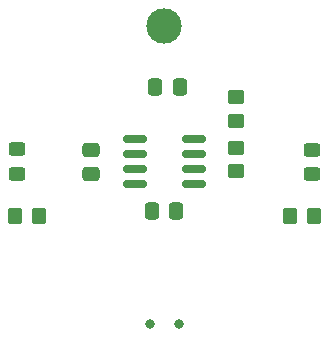
<source format=gbr>
%TF.GenerationSoftware,KiCad,Pcbnew,(6.0.2)*%
%TF.CreationDate,2022-04-03T14:16:10+02:00*%
%TF.ProjectId,Blinky,426c696e-6b79-42e6-9b69-6361645f7063,rev?*%
%TF.SameCoordinates,Original*%
%TF.FileFunction,Soldermask,Top*%
%TF.FilePolarity,Negative*%
%FSLAX46Y46*%
G04 Gerber Fmt 4.6, Leading zero omitted, Abs format (unit mm)*
G04 Created by KiCad (PCBNEW (6.0.2)) date 2022-04-03 14:16:10*
%MOMM*%
%LPD*%
G01*
G04 APERTURE LIST*
G04 Aperture macros list*
%AMRoundRect*
0 Rectangle with rounded corners*
0 $1 Rounding radius*
0 $2 $3 $4 $5 $6 $7 $8 $9 X,Y pos of 4 corners*
0 Add a 4 corners polygon primitive as box body*
4,1,4,$2,$3,$4,$5,$6,$7,$8,$9,$2,$3,0*
0 Add four circle primitives for the rounded corners*
1,1,$1+$1,$2,$3*
1,1,$1+$1,$4,$5*
1,1,$1+$1,$6,$7*
1,1,$1+$1,$8,$9*
0 Add four rect primitives between the rounded corners*
20,1,$1+$1,$2,$3,$4,$5,0*
20,1,$1+$1,$4,$5,$6,$7,0*
20,1,$1+$1,$6,$7,$8,$9,0*
20,1,$1+$1,$8,$9,$2,$3,0*%
G04 Aperture macros list end*
%ADD10RoundRect,0.250000X0.350000X0.450000X-0.350000X0.450000X-0.350000X-0.450000X0.350000X-0.450000X0*%
%ADD11C,3.000000*%
%ADD12RoundRect,0.250000X0.475000X-0.337500X0.475000X0.337500X-0.475000X0.337500X-0.475000X-0.337500X0*%
%ADD13RoundRect,0.250000X0.337500X0.475000X-0.337500X0.475000X-0.337500X-0.475000X0.337500X-0.475000X0*%
%ADD14RoundRect,0.250000X-0.450000X0.350000X-0.450000X-0.350000X0.450000X-0.350000X0.450000X0.350000X0*%
%ADD15RoundRect,0.250000X-0.350000X-0.450000X0.350000X-0.450000X0.350000X0.450000X-0.350000X0.450000X0*%
%ADD16RoundRect,0.250000X-0.337500X-0.475000X0.337500X-0.475000X0.337500X0.475000X-0.337500X0.475000X0*%
%ADD17RoundRect,0.250000X0.450000X-0.325000X0.450000X0.325000X-0.450000X0.325000X-0.450000X-0.325000X0*%
%ADD18RoundRect,0.150000X-0.825000X-0.150000X0.825000X-0.150000X0.825000X0.150000X-0.825000X0.150000X0*%
%ADD19C,0.800000*%
G04 APERTURE END LIST*
D10*
%TO.C,R3*%
X205710000Y-58290000D03*
X203710000Y-58290000D03*
%TD*%
D11*
%TO.C,H1*%
X193050000Y-42170000D03*
%TD*%
D12*
%TO.C,C1*%
X186870000Y-54732500D03*
X186870000Y-52657500D03*
%TD*%
D13*
%TO.C,C3*%
X194057500Y-57840000D03*
X191982500Y-57840000D03*
%TD*%
D14*
%TO.C,R1*%
X199090000Y-48200000D03*
X199090000Y-50200000D03*
%TD*%
D15*
%TO.C,R4*%
X180390000Y-58290000D03*
X182390000Y-58290000D03*
%TD*%
D16*
%TO.C,C2*%
X192262500Y-47320000D03*
X194337500Y-47320000D03*
%TD*%
D17*
%TO.C,D2*%
X180535000Y-54697500D03*
X180535000Y-52647500D03*
%TD*%
D18*
%TO.C,U1*%
X190575000Y-51790000D03*
X190575000Y-53060000D03*
X190575000Y-54330000D03*
X190575000Y-55600000D03*
X195525000Y-55600000D03*
X195525000Y-54330000D03*
X195525000Y-53060000D03*
X195525000Y-51790000D03*
%TD*%
D14*
%TO.C,R2*%
X199090000Y-52500000D03*
X199090000Y-54500000D03*
%TD*%
D17*
%TO.C,D1*%
X205565000Y-54742500D03*
X205565000Y-52692500D03*
%TD*%
D19*
%TO.C,SW1*%
X191800000Y-67444400D03*
X194300000Y-67444400D03*
%TD*%
M02*

</source>
